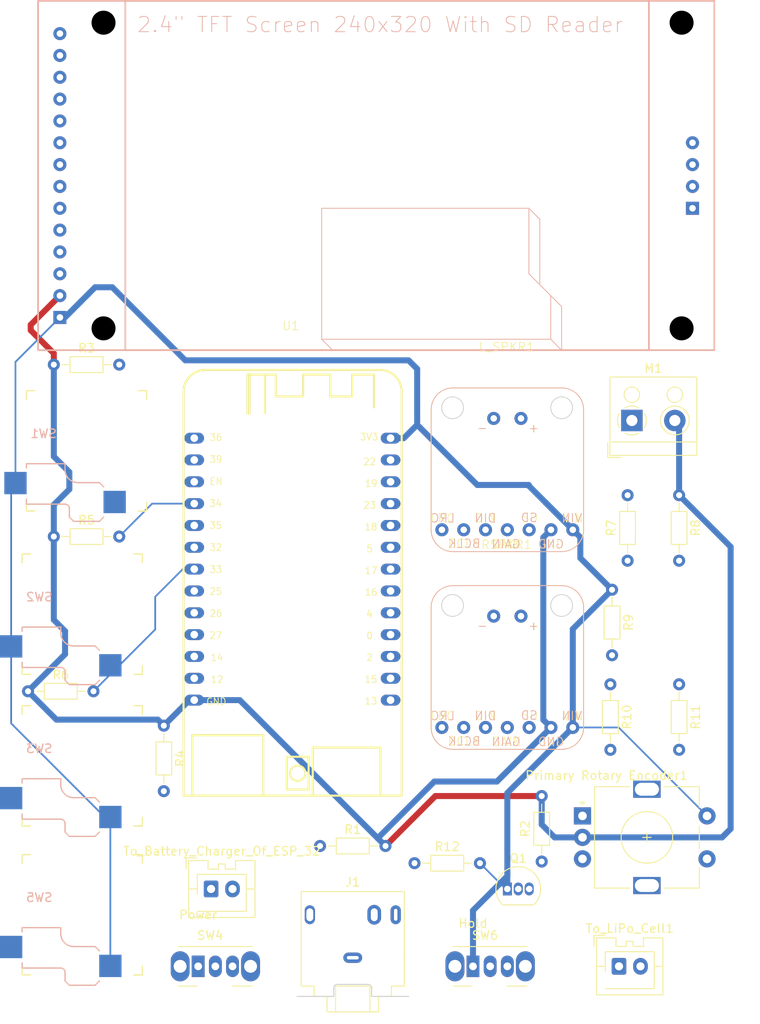
<source format=kicad_pcb>
(kicad_pcb (version 20240108) (generator "pcbnew") (generator_version "8.0")
  (layers (0 "F.Cu" signal) (31 "B.Cu" signal) (34 "B.Paste" user) (35 "F.Paste" user) (36 "B.SilkS" user "B.Silkscreen") (37 "F.SilkS" user "F.Silkscreen") (38 "B.Mask" user) (39 "F.Mask" user) (44 "Edge.Cuts" user))
  (net 0 "")
  (net 1 "Net-(L_SPKR1-SPKR+)")
  (net 2 "/Detect_Jack")
  (net 3 "Net-(L_SPKR1-SPKR-)")
  (net 4 "Net-(RSPKR1-SPKR+)")
  (net 5 "/DAC_LRC")
  (net 6 "/L_Chanel_Select")
  (net 7 "/VDD")
  (net 8 "/DAC_DIN")
  (net 9 "/Gain")
  (net 10 "/DAC_BCLK")
  (net 11 "GND")
  (net 12 "Net-(M1-+)")
  (net 13 "Net-(U1-IO16)")
  (net 14 "Net-(U1-IO27)")
  (net 15 "Net-(U1-IO0)")
  (net 16 "Net-(Q1-S)")
  (net 17 "/Motor_Driver")
  (net 18 "Net-(SW1-A)")
  (net 19 "Net-(SW3-B)")
  (net 20 "Net-(SW5-B)")
  (net 21 "Net-(SW2-A)")
  (net 22 "/R_Chanel_Select")
  (net 23 "-BATT")
  (net 24 "/TFT_CS")
  (net 26 "/SPI_SCK")
  (net 30 "/SPI_MOSI")
  (net 31 "/SCREEN_BRIGHTNESS")
  (net 33 "/TFT_DC")
  (net 34 "/SPI_MISO")
  (net 35 "/SD_CS")
  (net 36 "/RESET")
  (net 37 "+BATT")
  (net 38 "Net-(SW4-B)")
  (net 41 "Net-(SW6-B)")
  (footprint "Connector_Audio:Jack_3.5mm_CUI_SJ1-3524N_Horizontal" (layer "F.Cu") (at 133 136)
    (property "Reference" "J1" (at 0 -8.8 0) (layer "F.SilkS"))
    (property "Value" "AudioJack3_SwitchT")
    (fp_line (start -2.2 3.5) (end -2.2 4.5) (stroke (width 0.12)) (layer "Edge.Cuts"))
    (fp_line (start -2.2 4.5) (end -6.5 4.5) (stroke (width 0.12)) (layer "Edge.Cuts"))
    (fp_line (start 1.8 3.1) (end -1.8 3.1) (stroke (width 0.12)) (layer "Edge.Cuts"))
    (fp_line (start 2.2 3.5) (end 2.2 4.5) (stroke (width 0.12)) (layer "Edge.Cuts"))
    (fp_line (start 2.2 4.5) (end 6.5 4.5) (stroke (width 0.12)) (layer "Edge.Cuts"))
    (fp_arc (start -2.2 3.5) (mid -2.082842 3.217158) (end -1.8 3.1) (stroke (width 0.12)) (layer "Edge.Cuts"))
    (fp_arc (start 1.8 3.1) (mid 2.082843 3.217157) (end 2.2 3.5) (stroke (width 0.12)) (layer "Edge.Cuts"))
    (pad "" np_thru_hole circle (at -5 0) (size 1.2 1.2) (drill 1.2) (layers "F&B.Cu" "*.Mask"))
    (pad "" np_thru_hole circle (at -5 2.5) (size 1.2 1.2) (drill 1.2) (layers "F&B.Cu" "*.Mask"))
    (pad "" np_thru_hole circle (at 0 -5) (size 1.2 1.2) (drill 1.2) (layers "F&B.Cu" "*.Mask"))
    (pad "" np_thru_hole circle (at 5 0) (size 1.2 1.2) (drill 1.2) (layers "F&B.Cu" "*.Mask"))
    (pad "" np_thru_hole circle (at 5 2.5) (size 1.2 1.2) (drill 1.2) (layers "F&B.Cu" "*.Mask"))
    (pad "R" thru_hole oval (at -5 -5) (size 1.2 2.2) (drill oval 0.8 1.5) (layers "*.Cu" "*.Mask") (net 4 "Net-(RSPKR1-SPKR+)"))
    (pad "S" thru_hole oval (at 0 0) (size 2.2 1.2) (drill oval 1.4 0.4) (layers "*.Cu" "*.Mask") (net 3 "Net-(L_SPKR1-SPKR-)"))
    (pad "T" thru_hole oval (at 5 -5 180) (size 1.2 2.2) (drill oval 0.4 1.4) (layers "*.Cu" "*.Mask") (net 1 "Net-(L_SPKR1-SPKR+)"))
    (pad "TN" thru_hole oval (at 2.5 -5 180) (size 1.6 2.3) (drill oval 0.8 1.5) (layers "*.Cu" "*.Mask") (net 2 "/Detect_Jack"))
  )
  (footprint "Package_TO_SOT_THT:TO-92_Inline" (layer "F.Cu") (at 151 128)
    (property "Reference" "Q1" (at 1.27 -3.56 0) (layer "F.SilkS"))
    (property "Value" "BS170")
    (pad "1" thru_hole rect (at 0 0) (size 1.05 1.5) (drill 0.75) (layers "*.Cu" "*.Mask") (net 7 "/VDD"))
    (pad "2" thru_hole oval (at 1.27 0) (size 1.05 1.5) (drill 0.75) (layers "*.Cu" "*.Mask") (net 17 "/Motor_Driver"))
    (pad "3" thru_hole oval (at 2.54 0) (size 1.05 1.5) (drill 0.75) (layers "*.Cu" "*.Mask") (net 16 "Net-(Q1-S)"))
  )
  (footprint "Rotary_Encoder:RotaryEncoder_Alps_EC11E-Switch_Vertical_H20mm" (layer "F.Cu") (at 159.75 119.5)
    (property "Reference" "Primary Rotary Encoder1" (at 2.8 -4.7 0) (layer "F.SilkS"))
    (property "Value" "RotaryEncoder_Switch")
    (pad "A" thru_hole rect (at 0 0) (size 2 2) (drill 1) (layers "*.Cu" "*.Mask") (net 13 "Net-(U1-IO16)"))
    (pad "B" thru_hole circle (at 0 5) (size 2 2) (drill 1) (layers "*.Cu" "*.Mask") (net 14 "Net-(U1-IO27)"))
    (pad "C" thru_hole circle (at 0 2.5) (size 2 2) (drill 1) (layers "*.Cu" "*.Mask") (net 11 "GND"))
    (pad "MP" thru_hole rect (at 7.5 -3.1) (size 3.2 2) (drill oval 2.8 1.5) (layers "*.Cu" "*.Mask"))
    (pad "MP" thru_hole rect (at 7.5 8.1) (size 3.2 2) (drill oval 2.8 1.5) (layers "*.Cu" "*.Mask"))
    (pad "S1" thru_hole circle (at 14.5 5) (size 2 2) (drill 1) (layers "*.Cu" "*.Mask") (net 15 "Net-(U1-IO0)"))
    (pad "S2" thru_hole circle (at 14.5 0) (size 2 2) (drill 1) (layers "*.Cu" "*.Mask") (net 7 "/VDD"))
  )
  (footprint "MP3_Player_Custom_Footprints:MAX98357 I2C Audio Driver" (layer "F.Cu") (at 150.91 88.4475)
    (property "Reference" "RSPKR1" (at 0 -0.5 0) (layer "F.SilkS") (effects (font (thickness 0.1))))
    (property "Value" "~")
    (fp_circle (center -6.29 6.57) (end -5.02 6.57) (stroke (width 0.1)) (fill none) (layer "Edge.Cuts"))
    (fp_circle (center 6.41 6.57) (end 7.68 6.57) (stroke (width 0.1)) (fill none) (layer "Edge.Cuts"))
    (fp_text user "BCLK" (at -2.95 22.95 0) (layer "B.SilkS") (effects (font (thickness 0.1)) (justify left bottom mirror)))
    (fp_text user "GND" (at 6.75 23.02 0) (layer "B.SilkS") (effects (font (thickness 0.1)) (justify left bottom mirror)))
    (fp_text user "-" (at -2.16 9.5 0) (layer "B.SilkS") (effects (font (thickness 0.1)) (justify left bottom mirror)))
    (fp_text user "VIN" (at 8.84 20 0) (layer "B.SilkS") (effects (font (thickness 0.1)) (justify left bottom mirror)))
    (fp_text user "DIN" (at -1.15 20 0) (layer "B.SilkS") (effects (font (thickness 0.1)) (justify left bottom mirror)))
    (fp_text user "SD" (at 3.67 19.95 0) (layer "B.SilkS") (effects (font (thickness 0.1)) (justify left bottom mirror)))
    (fp_text user "GAIN" (at 1.69 23.01 0) (layer "B.SilkS") (effects (font (thickness 0.1)) (justify left bottom mirror)))
    (fp_text user "+" (at 3.84 9.51 0) (layer "B.SilkS") (effects (font (thickness 0.1)) (justify left bottom mirror)))
    (fp_text user "LRC" (at -5.95 20 0) (layer "B.SilkS") (effects (font (thickness 0.1)) (justify left bottom mirror)))
    (fp_text user "SD" (at 1.65 19.94 0) (layer "F.SilkS") (effects (font (thickness 0.1)) (justify left bottom)))
    (fp_text user "VIN" (at 6.5 20 0) (layer "F.SilkS") (effects (font (thickness 0.1)) (justify left bottom)))
    (fp_text user "BCLK" (at -6.92 22.96 0) (layer "F.SilkS") (effects (font (thickness 0.1)) (justify left bottom)))
    (fp_text user "LRC" (at -8.91 20.01 0) (layer "F.SilkS") (effects (font (thickness 0.1)) (justify left bottom)))
    (fp_text user "+" (at 2.5 9.5 0) (layer "F.SilkS") (effects (font (thickness 0.1)) (justify left bottom)))
    (fp_text user "GND" (at 3.6 23.02 0) (layer "F.SilkS") (effects (font (thickness 0.1)) (justify left bottom)))
    (fp_text user "-" (at -3.5 9.5 0) (layer "F.SilkS") (effects (font (thickness 0.1)) (justify left bottom)))
    (fp_text user "DIN" (at -3.75 20 0) (layer "F.SilkS") (effects (font (thickness 0.1)) (justify left bottom)))
    (fp_text user "GAIN" (at -1.75 23 0) (layer "F.SilkS") (effects (font (thickness 0.1)) (justify left bottom)))
    (pad "+" thru_hole circle (at 1.6775 7.811) (size 1.524 1.524) (drill 0.762) (layers "*.Cu" "*.Mask") (net 4 "Net-(RSPKR1-SPKR+)"))
    (pad "-" thru_hole circle (at -1.4975 7.811) (size 1.524 1.524) (drill 0.762) (layers "*.Cu" "*.Mask") (net 3 "Net-(L_SPKR1-SPKR-)"))
    (pad "BCLK" thru_hole circle (at -4.99 20.765) (size 1.524 1.524) (drill 0.762) (layers "*.Cu" "*.Mask") (net 10 "/DAC_BCLK"))
    (pad "DIN" thru_hole circle (at -2.45 20.765) (size 1.524 1.524) (drill 0.762) (layers "*.Cu" "*.Mask") (net 8 "/DAC_DIN"))
    (pad "GAIN" thru_hole circle (at 0.09 20.765) (size 1.524 1.524) (drill 0.762) (layers "*.Cu" "*.Mask") (net 9 "/Gain"))
    (pad "GND" thru_hole circle (at 5.17 20.765) (size 1.524 1.524) (drill 0.762) (layers "*.Cu" "*.Mask") (net 11 "GND"))
    (pad "LRC" thru_hole circle (at -7.53 20.765) (size 1.524 1.524) (drill 0.762) (layers "*.Cu" "*.Mask") (net 5 "/DAC_LRC"))
    (pad "SD" thru_hole circle (at 2.63 20.765) (size 1.524 1.524) (drill 0.762) (layers "*.Cu" "*.Mask") (net 22 "/R_Chanel_Select"))
    (pad "VIN" thru_hole circle (at 7.71 20.765) (size 1.524 1.524) (drill 0.762) (layers "*.Cu" "*.Mask") (net 7 "/VDD"))
  )
  (footprint "Resistor_THT:R_Axial_DIN0204_L3.6mm_D1.6mm_P7.62mm_Horizontal" (layer "F.Cu") (at 163 104.19 -90)
    (property "Reference" "R10" (at 3.81 -1.92 90) (layer "F.SilkS"))
    (property "Value" "10K")
    (pad "1" thru_hole circle (at 0 0 270) (size 1.4 1.4) (drill 0.7) (layers "*.Cu" "*.Mask") (net 6 "/L_Chanel_Select"))
    (pad "2" thru_hole oval (at 7.62 0 270) (size 1.4 1.4) (drill 0.7) (layers "*.Cu" "*.Mask") (net 22 "/R_Chanel_Select"))
  )
  (footprint "keyswitches:Kailh_socket_PG1350" (layer "F.Cu") (at 101.5 113.68)
    (property "Reference" "SW3" (at -5 -2 0) (layer "B.SilkS") (effects (justify mirror)))
    (property "Value" "Play/Pause")
    (pad "" np_thru_hole circle (at -5.5 0) (size 1.7018 1.7018) (drill 1.7018) (layers "*.Cu" "*.Mask"))
    (pad "" np_thru_hole circle (at -5 3.75) (size 3 3) (drill 3) (layers "*.Cu" "*.Mask"))
    (pad "" np_thru_hole circle (at 0 0) (size 3.429 3.429) (drill 3.429) (layers "*.Cu" "*.Mask"))
    (pad "" np_thru_hole circle (at 0 5.95) (size 3 3) (drill 3) (layers "*.Cu" "*.Mask"))
    (pad "" np_thru_hole circle (at 5.22 -4.2) (size 0.9906 0.9906) (drill 0.9906) (layers "*.Cu" "*.Mask"))
    (pad "" np_thru_hole circle (at 5.5 0) (size 1.7018 1.7018) (drill 1.7018) (layers "*.Cu" "*.Mask"))
    (pad "1" smd rect (at 3.275 5.95) (size 2.6 2.6) (layers "B.Cu" "B.Paste" "B.Mask") (net 7 "/VDD"))
    (pad "2" smd rect (at -8.275 3.75) (size 2.6 2.6) (layers "B.Cu" "B.Paste" "B.Mask") (net 19 "Net-(SW3-B)"))
  )
  (footprint "Resistor_THT:R_Axial_DIN0204_L3.6mm_D1.6mm_P7.62mm_Horizontal" (layer "F.Cu") (at 171 82.19 -90)
    (property "Reference" "R8" (at 3.81 -1.92 90) (layer "F.SilkS"))
    (property "Value" "10K")
    (pad "1" thru_hole circle (at 0 0 270) (size 1.4 1.4) (drill 0.7) (layers "*.Cu" "*.Mask") (net 11 "GND"))
    (pad "2" thru_hole oval (at 7.62 0 270) (size 1.4 1.4) (drill 0.7) (layers "*.Cu" "*.Mask") (net 15 "Net-(U1-IO0)"))
  )
  (footprint "Connector_JST:JST_XA_B02B-XASK-1-A_1x02_P2.50mm_Vertical" (layer "F.Cu") (at 164 137)
    (property "Reference" "To_LiPo_Cell1" (at 1.25 -4.4 0) (layer "F.SilkS"))
    (property "Value" "Conn_01x02_Pin")
    (pad "" np_thru_hole circle (at -1.6 1.6) (size 1.25 1.25) (drill 1.25) (layers "*.Cu" "*.Mask"))
    (pad "1" thru_hole roundrect (at 0 0) (size 1.7 1.95) (drill 0.95) (layers "*.Cu" "*.Mask") (roundrect_rratio 0.147059) (net 37 "+BATT"))
    (pad "2" thru_hole oval (at 2.5 0) (size 1.7 1.95) (drill 0.95) (layers "*.Cu" "*.Mask") (net 23 "-BATT"))
  )
  (footprint "Button_Switch_THT:SW_Slide_SPDT_Angled_CK_OS102011MA1Q" (layer "F.Cu") (at 115 137)
    (property "Reference" "SW4" (at 1.4 -3.6 0) (layer "F.SilkS"))
    (property "Value" "Power" (at 0 -6 0) (layer "F.SilkS"))
    (pad "" thru_hole oval (at -2.1 0) (size 2.2 3.5) (drill 1.5) (layers "*.Cu" "*.Mask"))
    (pad "" thru_hole oval (at 6.1 0) (size 2.2 3.5) (drill 1.5) (layers "*.Cu" "*.Mask"))
    (pad "1" thru_hole rect (at 0 0) (size 1.5 2.5) (drill 0.9) (layers "*.Cu" "*.Mask") (net 37 "+BATT"))
    (pad "2" thru_hole oval (at 2 0) (size 1.5 2.5) (drill 0.9) (layers "*.Cu" "*.Mask") (net 38 "Net-(SW4-B)"))
    (pad "3" thru_hole oval (at 4 0) (size 1.5 2.5) (drill 0.9) (layers "*.Cu" "*.Mask"))
  )
  (footprint "MP3_Player_Custom_Footprints:2.4'_TFT_SPI_ILI9341_WITH_SD_CARD" (layer "F.Cu") (at 137 45)
    (property "Reference" "Screen&SDCardReader1" (hide yes))
    (property "Value" "~")
    (fp_text user "2.4\" TFT Screen 240x320 With SD Reader" (at -29.21 -16.51 0) (layer "B.SilkS") (effects (font (size 1.778 1.778) (thickness 0.1)) (justify left bottom)))
    (pad "" np_thru_hole circle (at -33.02 -17.78) (size 2.794 2.794) (drill 3.175) (layers "*.Mask"))
    (pad "" np_thru_hole circle (at -33.02 17.78) (size 2.794 2.794) (drill 3.175) (layers "*.Mask"))
    (pad "" np_thru_hole circle (at 34.29 -17.78) (size 2.794 2.794) (drill 3.175) (layers "*.Mask"))
    (pad "" np_thru_hole circle (at 34.29 17.78) (size 2.794 2.794) (drill 3.175) (layers "*.Mask"))
    (pad "CS" thru_hole circle (at -38.1 11.43) (size 1.524 1.524) (drill 0.762) (layers "*.Cu" "*.Mask") (net 24 "/TFT_CS"))
    (pad "DC" thru_hole circle (at -38.1 6.35) (size 1.524 1.524) (drill 0.762) (layers "*.Cu" "*.Mask") (net 33 "/TFT_DC"))
    (pad "GND" thru_hole circle (at -38.1 13.97) (size 1.524 1.524) (drill 0.762) (layers "*.Cu" "*.Mask") (net 11 "GND"))
    (pad "LED" thru_hole circle (at -38.1 -1.27) (size 1.524 1.524) (drill 0.762) (layers "*.Cu" "*.Mask") (net 31 "/SCREEN_BRIGHTNESS"))
    (pad "RESET" thru_hole circle (at -38.1 8.89) (size 1.524 1.524) (drill 0.762) (layers "*.Cu" "*.Mask") (net 36 "/RESET"))
    (pad "SCK" thru_hole circle (at -38.1 1.27) (size 1.524 1.524) (drill 0.762) (layers "*.Cu" "*.Mask") (net 26 "/SPI_SCK"))
    (pad "SDI(MOSI)" thru_hole circle (at -38.1 3.81) (size 1.524 1.524) (drill 0.762) (layers "*.Cu" "*.Mask") (net 30 "/SPI_MOSI"))
    (pad "SDO(MISO)" thru_hole circle (at -38.1 -3.81) (size 1.524 1.524) (drill 0.762) (layers "*.Cu" "*.Mask") (net 34 "/SPI_MISO"))
    (pad "SD_CS" thru_hole rect (at 35.56 3.81) (size 1.524 1.524) (drill 0.762) (layers "*.Cu" "*.Mask") (net 35 "/SD_CS"))
    (pad "SD_MISO" thru_hole circle (at 35.56 -1.27) (size 1.524 1.524) (drill 0.762) (layers "*.Cu" "*.Mask") (net 34 "/SPI_MISO"))
    (pad "SD_MOSI" thru_hole circle (at 35.56 1.27) (size 1.524 1.524) (drill 0.762) (layers "*.Cu" "*.Mask") (net 30 "/SPI_MOSI"))
    (pad "SD_SCK" thru_hole circle (at 35.56 -3.81) (size 1.524 1.524) (drill 0.762) (layers "*.Cu" "*.Mask") (net 26 "/SPI_SCK"))
    (pad "T_CLK" thru_hole circle (at -38.1 -6.35) (size 1.524 1.524) (drill 0.762) (layers "*.Cu" "*.Mask"))
    (pad "T_CS" thru_hole circle (at -38.1 -8.89) (size 1.524 1.524) (drill 0.762) (layers "*.Cu" "*.Mask"))
    (pad "T_DIN" thru_hole circle (at -38.1 -11.43) (size 1.524 1.524) (drill 0.762) (layers "*.Cu" "*.Mask"))
    (pad "T_DO" thru_hole circle (at -38.1 -13.97) (size 1.524 1.524) (drill 0.762) (layers "*.Cu" "*.Mask"))
    (pad "T_IRQ" thru_hole circle (at -38.1 -16.51) (size 1.524 1.524) (drill 0.762) (layers "*.Cu" "*.Mask"))
    (pad "Vcc" thru_hole rect (at -38.1 16.51) (size 1.524 1.524) (drill 0.762) (layers "*.Cu" "*.Mask") (net 7 "/VDD"))
  )
  (footprint "TerminalBlock_RND:TerminalBlock_RND_205-00001_1x02_P5.00mm_Horizontal" (layer "F.Cu") (at 165.5 73.5)
    (property "Reference" "M1" (at 2.5 -6.06 0) (layer "F.SilkS"))
    (property "Value" "Haptic Feedback")
    (pad "1" thru_hole rect (at 0 0) (size 2.5 2.5) (drill 1.3) (layers "*.Cu" "*.Mask") (net 12 "Net-(M1-+)"))
    (pad "2" thru_hole circle (at 5 0) (size 2.5 2.5) (drill 1.3) (layers "*.Cu" "*.Mask") (net 11 "GND"))
  )
  (footprint "Resistor_THT:R_Axial_DIN0204_L3.6mm_D1.6mm_P7.62mm_Horizontal" (layer "F.Cu") (at 98.19 87)
    (property "Reference" "R5" (at 3.81 -1.92 0) (layer "F.SilkS"))
    (property "Value" "10K")
    (pad "1" thru_hole circle (at 0 0) (size 1.4 1.4) (drill 0.7) (layers "*.Cu" "*.Mask") (net 11 "GND"))
    (pad "2" thru_hole oval (at 7.62 0) (size 1.4 1.4) (drill 0.7) (layers "*.Cu" "*.Mask") (net 20 "Net-(SW5-B)"))
  )
  (footprint "MP3_Player_Custom_Footprints:MAX98357 I2C Audio Driver" (layer "F.Cu") (at 150.91 65.4475)
    (property "Reference" "L_SPKR1" (at 0 -0.5 0) (layer "F.SilkS") (effects (font (thickness 0.1))))
    (property "Value" "~")
    (fp_circle (center -6.29 6.57) (end -5.02 6.57) (stroke (width 0.1)) (fill none) (layer "Edge.Cuts"))
    (fp_circle (center 6.41 6.57) (end 7.68 6.57) (stroke (width 0.1)) (fill none) (layer "Edge.Cuts"))
    (fp_text user "+" (at 3.84 9.51 0) (layer "B.SilkS") (effects (font (thickness 0.1)) (justify left bottom mirror)))
    (fp_text user "GND" (at 6.75 23.02 0) (layer "B.SilkS") (effects (font (thickness 0.1)) (justify left bottom mirror)))
    (fp_text user "BCLK" (at -2.95 22.95 0) (layer "B.SilkS") (effects (font (thickness 0.1)) (justify left bottom mirror)))
    (fp_text user "SD" (at 3.67 19.95 0) (layer "B.SilkS") (effects (font (thickness 0.1)) (justify left bottom mirror)))
    (fp_text user "-" (at -2.16 9.5 0) (layer "B.SilkS") (effects (font (thickness 0.1)) (justify left bottom mirror)))
    (fp_text user "GAIN" (at 1.69 23.01 0) (layer "B.SilkS") (effects (font (thickness 0.1)) (justify left bottom mirror)))
    (fp_text user "LRC" (at -5.95 20 0) (layer "B.SilkS") (effects (font (thickness 0.1)) (justify left bottom mirror)))
    (fp_text user "DIN" (at -1.15 20 0) (layer "B.SilkS") (effects (font (thickness 0.1)) (justify left bottom mirror)))
    (fp_text user "VIN" (at 8.84 20 0) (layer "B.SilkS") (effects (font (thickness 0.1)) (justify left bottom mirror)))
    (fp_text user "SD" (at 1.65 19.94 0) (layer "F.SilkS") (effects (font (thickness 0.1)) (justify left bottom)))
    (fp_text user "+" (at 2.5 9.5 0) (layer "F.SilkS") (effects (font (thickness 0.1)) (justify left bottom)))
    (fp_text user "DIN" (at -3.75 20 0) (layer "F.SilkS") (effects (font (thickness 0.1)) (justify left bottom)))
    (fp_text user "GAIN" (at -1.75 23 0) (layer "F.SilkS") (effects (font (thickness 0.1)) (justify left bottom)))
    (fp_text user "LRC" (at -8.91 20.01 0) (layer "F.SilkS") (effects (font (thickness 0.1)) (justify left bottom)))
    (fp_text user "-" (at -3.5 9.5 0) (layer "F.SilkS") (effects (font (thickness 0.1)) (justify left bottom)))
    (fp_text user "GND" (at 3.6 23.02 0) (layer "F.SilkS") (effects (font (thickness 0.1)) (justify left bottom)))
    (fp_text user "VIN" (at 6.5 20 0) (layer "F.SilkS") (effects (font (thickness 0.1)) (justify left bottom)))
    (fp_text user "BCLK" (at -6.92 22.96 0) (layer "F.SilkS") (effects (font (thickness 0.1)) (justify left bottom)))
    (pad "+" thru_hole circle (at 1.6775 7.811) (size 1.524 1.524) (drill 0.762) (layers "*.Cu" "*.Mask") (net 1 "Net-(L_SPKR1-SPKR+)"))
    (pad "-" thru_hole circle (at -1.4975 7.811) (size 1.524 1.524) (drill 0.762) (layers "*.Cu" "*.Mask") (net 3 "Net-(L_SPKR1-SPKR-)"))
    (pad "BCLK" thru_hole circle (at -4.99 20.765) (size 1.524 1.524) (drill 0.762) (layers "*.Cu" "*.Mask") (net 10 "/DAC_BCLK"))
    (pad "DIN" thru_hole circle (at -2.45 20.765) (size 1.524 1.524) (drill 0.762) (layers "*.Cu" "*.Mask") (net 8 "/DAC_DIN"))
    (pad "GAIN" thru_hole circle (at 0.09 20.765) (size 1.524 1.524) (drill 0.762) (layers "*.Cu" "*.Mask") (net 9 "/Gain"))
    (pad "GND" thru_hole circle (at 5.17 20.765) (size 1.524 1.524) (drill 0.762) (layers "*.Cu" "*.Mask") (net 11 "GND"))
    (pad "LRC" thru_hole circle (at -7.53 20.765) (size 1.524 1.524) (drill 0.762) (layers "*.Cu" "*.Mask") (net 5 "/DAC_LRC"))
    (pad "SD" thru_hole circle (at 2.63 20.765) (size 1.524 1.524) (drill 0.762) (layers "*.Cu" "*.Mask") (net 6 "/L_Chanel_Select"))
    (pad "VIN" thru_hole circle (at 7.71 20.765) (size 1.524 1.524) (drill 0.762) (layers "*.Cu" "*.Mask") (net 7 "/VDD"))
  )
  (footprint "Resistor_THT:R_Axial_DIN0204_L3.6mm_D1.6mm_P7.62mm_Horizontal" (layer "F.Cu") (at 163.19 93.19 -90)
    (property "Reference" "R9" (at 3.81 -1.92 90) (layer "F.SilkS"))
    (property "Value" "10K")
    (pad "1" thru_hole circle (at 0 0 270) (size 1.4 1.4) (drill 0.7) (layers "*.Cu" "*.Mask") (net 7 "/VDD"))
    (pad "2" thru_hole oval (at 7.62 0 270) (size 1.4 1.4) (drill 0.7) (layers "*.Cu" "*.Mask") (net 6 "/L_Chanel_Select"))
  )
  (footprint "keyswitches:Kailh_socket_PG1350" (layer "F.Cu") (at 101.5 96.03)
    (property "Reference" "SW2" (at -5 -2 0) (layer "B.SilkS") (effects (justify mirror)))
    (property "Value" "Back")
    (pad "" np_thru_hole circle (at -5.5 0) (size 1.7018 1.7018) (drill 1.7018) (layers "*.Cu" "*.Mask"))
    (pad "" np_thru_hole circle (at -5 3.75) (size 3 3) (drill 3) (layers "*.Cu" "*.Mask"))
    (pad "" np_thru_hole circle (at 0 0) (size 3.429 3.429) (drill 3.429) (layers "*.Cu" "*.Mask"))
    (pad "" np_thru_hole circle (at 0 5.95) (size 3 3) (drill 3) (layers "*.Cu" "*.Mask"))
    (pad "" np_thru_hole circle (at 5.22 -4.2) (size 0.9906 0.9906) (drill 0.9906) (layers "*.Cu" "*.Mask"))
    (pad "" np_thru_hole circle (at 5.5 0) (size 1.7018 1.7018) (drill 1.7018) (layers "*.Cu" "*.Mask"))
    (pad "1" smd rect (at 3.275 5.95) (size 2.6 2.6) (layers "B.Cu" "B.Paste" "B.Mask") (net 21 "Net-(SW2-A)"))
    (pad "2" smd rect (at -8.275 3.75) (size 2.6 2.6) (layers "B.Cu" "B.Paste" "B.Mask") (net 7 "/VDD"))
  )
  (footprint "MP3_Player_Custom_Footprints:Wemos Lolin32 Lite v1.0.0" (layer "F.Cu") (at 125.78 62.98)
    (property "Reference" "U1" (at 0 -0.5 0) (layer "F.SilkS") (effects (font (thickness 0.1))))
    (property "Value" "Wemos Lolin32 Lite")
    (fp_text user "17" (at 8.55 27.97 0) (layer "F.SilkS") (effects (font (size 0.8 0.762) (thickness 0.102)) (justify left)))
    (fp_text user "14" (at -9.382 38.092 0) (layer "F.SilkS") (effects (font (size 0.8 0.762) (thickness 0.102)) (justify left)))
    (fp_text user "39" (at -9.502 15.041 0) (layer "F.SilkS") (effects (font (size 0.8 0.762) (thickness 0.102)) (justify left)))
    (fp_text user "GND" (at -9.894 43.214 0) (layer "F.SilkS") (effects (font (size 0.8 0.762) (thickness 0.102)) (justify left)))
    (fp_text user "32" (at -9.52 25.286 0) (layer "F.SilkS") (effects (font (size 0.8 0.762) (thickness 0.102)) (justify left)))
    (fp_text user "25" (at -9.52 30.408 0) (layer "F.SilkS") (effects (font (size 0.8 0.762) (thickness 0.102)) (justify left)))
    (fp_text user "27" (at -9.52 35.531 0) (layer "F.SilkS") (effects (font (size 0.8 0.762) (thickness 0.102)) (justify left)))
    (fp_text user "15" (at 8.55 40.628 0) (layer "F.SilkS") (effects (font (size 0.8 0.762) (thickness 0.102)) (justify left)))
    (fp_text user "22" (at 8.394 15.311 0) (layer "F.SilkS") (effects (font (size 0.8 0.762) (thickness 0.102)) (justify left)))
    (fp_text user "13" (at 8.55 43.16 0) (layer "F.SilkS") (effects (font (size 0.8 0.762) (thickness 0.102)) (justify left)))
    (fp_text user "34" (at -9.537 20.164 0) (layer "F.SilkS") (effects (font (size 0.8 0.762) (thickness 0.102)) (justify left)))
    (fp_text user "23" (at 8.394 20.374 0) (layer "F.SilkS") (effects (font (size 0.8 0.762) (thickness 0.102)) (justify left)))
    (fp_text user "36" (at -9.502 12.48 0) (layer "F.SilkS") (effects (font (size 0.8 0.762) (thickness 0.102)) (justify left)))
    (fp_text user "2" (at 8.751 38.097 0) (layer "F.SilkS") (effects (font (size 0.8 0.762) (thickness 0.102)) (justify left)))
    (fp_text user "33" (at -9.52 27.847 0) (layer "F.SilkS") (effects (font (size 0.8 0.762) (thickness 0.102)) (justify left)))
    (fp_text user "16" (at 8.568 30.501 0) (layer "F.SilkS") (effects (font (size 0.8 0.762) (thickness 0.102)) (justify left)))
    (fp_text user "EN" (at -9.502 17.602 0) (layer "F.SilkS") (effects (font (size 0.8 0.762) (thickness 0.102)) (justify left)))
    (fp_text user "19" (at 8.568 17.843 0) (layer "F.SilkS") (effects (font (size 0.8 0.762) (thickness 0.102)) (justify left)))
    (fp_text user "12" (at -9.364 40.653 0) (layer "F.SilkS") (effects (font (size 0.8 0.762) (thickness 0.102)) (justify left)))
    (fp_text user "35" (at -9.52 22.725 0) (layer "F.SilkS") (effects (font (size 0.8 0.762) (thickness 0.102)) (justify left)))
    (fp_text user "3V3" (at 8.003 12.426 0) (layer "F.SilkS") (effects (font (size 0.8 0.762) (thickness 0.102)) (justify left)))
    (fp_text user "26" (at -9.502 32.969 0) (layer "F.SilkS") (effects (font (size 0.8 0.762) (thickness 0.102)) (justify left)))
    (fp_text user "18" (at 8.55 22.906 0) (layer "F.SilkS") (effects (font (size 0.8 0.762) (thickness 0.102)) (justify left)))
    (fp_text user "5" (at 8.751 25.438 0) (layer "F.SilkS") (effects (font (size 0.8 0.762) (thickness 0.102)) (justify left)))
    (fp_text user "4" (at 8.733 33.033 0) (layer "F.SilkS") (effects (font (size 0.8 0.762) (thickness 0.102)) (justify left)))
    (fp_text user "0" (at 8.751 35.565 0) (layer "F.SilkS") (effects (font (size 0.8 0.762) (thickness 0.102)) (justify left)))
    (pad "0" thru_hole oval (at 11.621877 35.4305) (size 2.286 1.27) (drill 0.889) (layers "*.Cu" "*.Paste" "*.Mask") (net 15 "Net-(U1-IO0)"))
    (pad "2" thru_hole oval (at 11.621877 37.9705) (size 2.286 1.27) (drill 0.889) (layers "*.Cu" "*.Paste" "*.Mask") (net 33 "/TFT_DC"))
    (pad "3v" thru_hole oval (at 11.621877 12.5705) (size 2.286 1.27) (drill 0.889) (layers "*.Cu" "*.Paste" "*.Mask") (net 7 "/VDD"))
    (pad "4" thru_hole oval (at 11.621877 32.8905) (size 2.286 1.27) (drill 0.889) (layers "*.Cu" "*.Paste" "*.Mask") (net 24 "/TFT_CS"))
    (pad "5" thru_hole oval (at 11.621877 25.2705) (size 2.286 1.27) (drill 0.889) (layers "*.Cu" "*.Paste" "*.Mask") (net 35 "/SD_CS"))
    (pad "12" thru_hole oval (at -11.238123 40.5105) (size 2.286 1.27) (drill 0.889) (layers "*.Cu" "*.Paste" "*.Mask") (net 2 "/Detect_Jack"))
    (pad "13" thru_hole oval (at 11.621877 43.0505) (size 2.286 1.27) (drill 0.889) (layers "*.Cu" "*.Paste" "*.Mask") (net 8 "/DAC_DIN"))
    (pad "14" thru_hole oval (at -11.238123 37.9705) (size 2.286 1.27) (drill 0.889) (layers "*.Cu" "*.Paste" "*.Mask") (net 10 "/DAC_BCLK"))
    (pad "15" thru_hole oval (at 11.621877 40.5105) (size 2.286 1.27) (drill 0.889) (layers "*.Cu" "*.Paste" "*.Mask") (net 5 "/DAC_LRC"))
    (pad "16" thru_hole oval (at 11.621877 30.3505) (size 2.286 1.27) (drill 0.889) (layers "*.Cu" "*.Paste" "*.Mask") (net 13 "Net-(U1-IO16)"))
    (pad "17" thru_hole oval (at 11.621877 27.8105) (size 2.286 1.27) (drill 0.889) (layers "*.Cu" "*.Paste" "*.Mask") (net 41 "Net-(SW6-B)"))
    (pad "18" thru_hole oval (at 11.621877 22.7305) (size 2.286 1.27) (drill 0.889) (layers "*.Cu" "*.Paste" "*.Mask") (net 26 "/SPI_SCK"))
    (pad "19" thru_hole oval (at 11.621877 17.6505) (size 2.286 1.27) (drill 0.889) (layers "*.Cu" "*.Paste" "*.Mask") (net 34 "/SPI_MISO"))
    (pad "22" thru_hole oval (at 11.621877 15.1105) (size 2.286 1.27) (drill 0.889) (layers "*.Cu" "*.Paste" "*.Mask") (net 17 "/Motor_Driver"))
    (pad "23" thru_hole oval (at 11.621877 20.1905) (size 2.286 1.27) (drill 0.889) (layers "*.Cu" "*.Paste" "*.Mask") (net 30 "/SPI_MOSI"))
    (pad "25" thru_hole oval (at -11.238123 30.3505) (size 2.286 1.27) (drill 0.889) (layers "*.Cu" "*.Paste" "*.Mask") (net 31 "/SCREEN_BRIGHTNESS"))
    (pad "26" thru_hole oval (at -11.238123 32.8905) (size 2.286 1.27) (drill 0.889) (layers "*.Cu" "*.Paste" "*.Mask") (net 9 "/Gain"))
    (pad "27" thru_hole oval (at -11.238123 35.4305) (size 2.286 1.27) (drill 0.889) (layers "*.Cu" "*.Paste" "*.Mask") (net 14 "Net-(U1-IO27)"))
    (pad "32" thru_hole oval (at -11.238123 25.2705) (size 2.286 1.27) (drill 0.889) (layers "*.Cu" "*.Paste" "*.Mask") (net 18 "Net-(SW1-A)"))
    (pad "33" thru_hole oval (at -11.238123 27.8105) (size 2.286 1.27) (drill 0.889) (layers "*.Cu" "*.Paste" "*.Mask") (net 21 "Net-(SW2-A)"))
    (pad "34" thru_hole oval (at -11.238123 20.1905) (size 2.286 1.27) (drill 0.889) (layers "*.Cu" "*.Paste" "*.Mask") (net 20 "Net-(SW5-B)"))
    (pad "35" thru_hole oval (at -11.238123 22.7305) (size 2.286 1.27) (drill 0.889) (layers "*.Cu" "*.Paste" "*.Mask") (net 19 "Net-(SW3-B)"))
    (pad "EN" thru_hole oval (at -11.238123 17.6505) (size 2.286 1.27) (drill 0.889) (layers "*.Cu" "*.Paste" "*.Mask") (net 36 "/RESET"))
    (pad "GND" thru_hole oval (at -11.238123 43.0505) (size 2.286 1.27) (drill 0.889) (layers "*.Cu" "*.Paste" "*.Mask") (net 11 "GND"))
    (pad "VN" thru_hole oval (at -11.238123 15.1105) (size 2.286 1.27) (drill 0.889) (layers "*.Cu" "*.Paste" "*.Mask"))
    (pad "VP" thru_hole oval (at -11.238123 12.5705) (size 2.286 1.27) (drill 0.889) (layers "*.Cu" "*.Paste" "*.Mask"))
  )
  (footprint "Resistor_THT:R_Axial_DIN0204_L3.6mm_D1.6mm_P7.62mm_Horizontal" (layer "F.Cu") (at 155 124.81 90)
    (property "Reference" "R2" (at 3.81 -1.92 90) (layer "F.SilkS"))
    (property "Value" "10K")
    (pad "1" thru_hole circle (at 0 0 90) (size 1.4 1.4) (drill 0.7) (layers "*.Cu" "*.Mask") (net 13 "Net-(U1-IO16)"))
    (pad "2" thru_hole oval (at 7.62 0 90) (size 1.4 1.4) (drill 0.7) (layers "*.Cu" "*.Mask") (net 11 "GND"))
  )
  (footprint "Connector_JST:JST_XA_B02B-XASK-1-A_1x02_P2.50mm_Vertical" (layer "F.Cu") (at 116.5 128)
    (property "Reference" "To_Battery_Charger_Of_ESP_32" (at 1.25 -4.4 0) (layer "F.SilkS"))
    (property "Value" "Conn_01x02_Pin")
    (pad "" np_thru_hole circle (at -1.6 1.6) (size 1.25 1.25) (drill 1.25) (layers "*.Cu" "*.Mask"))
    (pad "1" thru_hole roundrect (at 0 0) (size 1.7 1.95) (drill 0.95) (layers "*.Cu" "*.Mask") (roundrect_rratio 0.147059) (net 38 "Net-(SW4-B)"))
    (pad "2" thru_hole oval (at 2.5 0) (size 1.7 1.95) (drill 0.95) (layers "*.Cu" "*.Mask") (net 23 "-BATT"))
  )
  (footprint "Resistor_THT:R_Axial_DIN0204_L3.6mm_D1.6mm_P7.62mm_Horizontal" (layer "F.Cu") (at 98.19 67)
    (property "Reference" "R3" (at 3.81 -1.92 0) (layer "F.SilkS"))
    (property "Value" "10K")
    (pad "1" thru_hole circle (at 0 0) (size 1.4 1.4) (drill 0.7) (layers "*.Cu" "*.Mask") (net 11 "GND"))
    (pad "2" thru_hole oval (at 7.62 0) (size 1.4 1.4) (drill 0.7) (layers "*.Cu" "*.Mask") (net 18 "Net-(SW1-A)"))
  )
  (footprint "keyswitches:Kailh_socket_PG1350" (layer "F.Cu") (at 101.5 131)
    (property "Reference" "SW5" (at -5 -2 0) (layer "B.SilkS") (effects (justify mirror)))
    (property "Value" "Menu")
    (pad "" np_thru_hole circle (at -5.5 0) (size 1.7018 1.7018) (drill 1.7018) (layers "*.Cu" "*.Mask"))
    (pad "" np_thru_hole circle (at -5 3.75) (size 3 3) (drill 3) (layers "*.Cu" "*.Mask"))
    (pad "" np_thru_hole circle (at 0 0) (size 3.429 3.429) (drill 3.429) (layers "*.Cu" "*.Mask"))
    (pad "" np_thru_hole circle (at 0 5.95) (size 3 3) (drill 3) (layers "*.Cu" "*.Mask"))
    (pad "" np_thru_hole circle (at 5.22 -4.2) (size 0.9906 0.9906) (drill 0.9906) (layers "*.Cu" "*.Mask"))
    (pad "" np_thru_hole circle (at 5.5 0) (size 1.7018 1.7018) (drill 1.7018) (layers "*.Cu" "*.Mask"))
    (pad "1" smd rect (at 3.275 5.95) (size 2.6 2.6) (layers "B.Cu" "B.Paste" "B.Mask") (net 7 "/VDD"))
    (pad "2" smd rect (at -8.275 3.75) (size 2.6 2.6) (layers "B.Cu" "B.Paste" "B.Mask") (net 20 "Net-(SW5-B)"))
  )
  (footprint "Resistor_THT:R_Axial_DIN0204_L3.6mm_D1.6mm_P7.62mm_Horizontal" (layer "F.Cu") (at 111 109 -90)
    (property "Reference" "R4" (at 3.81 -1.92 90) (layer "F.SilkS"))
    (property "Value" "10K")
    (pad "1" thru_hole circle (at 0 0 270) (size 1.4 1.4) (drill 0.7) (layers "*.Cu" "*.Mask") (net 11 "GND"))
    (pad "2" thru_hole oval (at 7.62 0 270) (size 1.4 1.4) (drill 0.7) (layers "*.Cu" "*.Mask") (net 19 "Net-(SW3-B)"))
  )
  (footprint "Resistor_THT:R_Axial_DIN0204_L3.6mm_D1.6mm_P7.62mm_Horizontal" (layer "F.Cu") (at 171 104.19 -90)
    (property "Reference" "R11" (at 3.81 -1.92 90) (layer "F.SilkS"))
    (property "Value" "10K")
    (pad "1" thru_hole circle (at 0 0 270) (size 1.4 1.4) (drill 0.7) (layers "*.Cu" "*.Mask") (net 22 "/R_Chanel_Select"))
    (pad "2" thru_hole oval (at 7.62 0 270) (size 1.4 1.4) (drill 0.7) (layers "*.Cu" "*.Mask") (net 23 "-BATT"))
  )
  (footprint "Resistor_THT:R_Axial_DIN0204_L3.6mm_D1.6mm_P7.62mm_Horizontal" (layer "F.Cu") (at 140.19 125)
    (property "Reference" "R12" (at 3.81 -1.92 0) (layer "F.SilkS"))
    (property "Value" "100K")
    (pad "1" thru_hole circle (at 0 0) (size 1.4 1.4) (drill 0.7) (layers "*.Cu" "*.Mask") (net 2 "/Detect_Jack"))
    (pad "2" thru_hole oval (at 7.62 0) (size 1.4 1.4) (drill 0.7) (layers "*.Cu" "*.Mask") (net 7 "/VDD"))
  )
  (footprint "Resistor_THT:R_Axial_DIN0204_L3.6mm_D1.6mm_P7.62mm_Horizontal" (layer "F.Cu") (at 129.19 123)
    (property "Reference" "R1" (at 3.81 -1.92 0) (layer "F.SilkS"))
    (property "Value" "10K")
    (pad "1" thru_hole circle (at 0 0) (size 1.4 1.4) (drill 0.7) (layers "*.Cu" "*.Mask") (net 14 "Net-(U1-IO27)"))
    (pad "2" thru_hole oval (at 7.62 0) (size 1.4 1.4) (drill 0.7) (layers "*.Cu" "*.Mask") (net 11 "GND"))
  )
  (footprint "keyswitches:Kailh_socket_PG1350" (layer "F.Cu") (at 102 77.03)
    (property "Reference" "SW1" (at -5 -2 0) (layer "B.SilkS") (effects (justify mirror)))
    (property "Value" "Home")
    (pad "" np_thru_hole circle (at -5.5 0) (size 1.7018 1.7018) (drill 1.7018) (layers "*.Cu" "*.Mask"))
    (pad "" np_thru_hole circle (at -5 3.75) (size 3 3) (drill 3) (layers "*.Cu" "*.Mask"))
    (pad "" np_thru_hole circle (at 0 0) (size 3.429 3.429) (drill 3.429) (layers "*.Cu" "*.Mask"))
    (pad "" np_thru_hole circle (at 0 5.95) (size 3 3) (drill 3) (layers "*.Cu" "*.Mask"))
    (pad "" np_thru_hole circle (at 5.22 -4.2) (size 0.9906 0.9906) (drill 0.9906) (layers "*.Cu" "*.Mask"))
    (pad "" np_thru_hole circle (at 5.5 0) (size 1.7018 1.7018) (drill 1.7018) (layers "*.Cu" "*.Mask"))
    (pad "1" smd rect (at 3.275 5.95) (size 2.6 2.6) (layers "B.Cu" "B.Paste" "B.Mask") (net 18 "Net-(SW1-A)"))
    (pad "2" smd rect (at -8.275 3.75) (size 2.6 2.6) (layers "B.Cu" "B.Paste" "B.Mask") (net 7 "/VDD"))
  )
  (footprint "Resistor_THT:R_Axial_DIN0204_L3.6mm_D1.6mm_P7.62mm_Horizontal" (layer "F.Cu") (at 95.19 105)
    (property "Reference" "R6" (at 3.81 -1.92 0) (layer "F.SilkS"))
    (property "Value" "10K")
    (pad "1" thru_hole circle (at 0 0) (size 1.4 1.4) (drill 0.7) (layers "*.Cu" "*.Mask") (net 11 "GND"))
    (pad "2" thru_hole oval (at 7.62 0) (size 1.4 1.4) (drill 0.7) (layers "*.Cu" "*.Mask") (net 21 "Net-(SW2-A)"))
  )
  (footprint "Resistor_THT:R_Axial_DIN0204_L3.6mm_D1.6mm_P7.62mm_Horizontal" (layer "F.Cu") (at 165 89.81 90)
    (property "Reference" "R7" (at 3.81 -1.92 90) (layer "F.SilkS"))
    (property "Value" "0-100Ω")
    (pad "1" thru_hole circle (at 0 0 90) (size 1.4 1.4) (drill 0.7) (layers "*.Cu" "*.Mask") (net 16 "Net-(Q1-S)"))
    (pad "2" thru_hole oval (at 7.62 0 90) (size 1.4 1.4) (drill 0.7) (layers "*.Cu" "*.Mask") (net 12 "Net-(M1-+)"))
  )
  (footprint "Button_Switch_THT:SW_Slide_SPDT_Angled_CK_OS102011MA1Q" (layer "F.Cu") (at 147 137)
    (property "Reference" "SW6" (at 1.4 -3.6 0) (layer "F.SilkS"))
    (property "Value" "Hold" (at 0 -5 0) (layer "F.SilkS"))
    (pad "" thru_hole oval (at -2.1 0) (size 2.2 3.5) (drill 1.5) (layers "*.Cu" "*.Mask"))
    (pad "" thru_hole oval (at 6.1 0) (size 2.2 3.5) (drill 1.5) (layers "*.Cu" "*.Mask"))
    (pad "1" thru_hole rect (at 0 0) (size 1.5 2.5) (drill 0.9) (layers "*.Cu" "*.Mask") (net 7 "/VDD"))
    (pad "2" thru_hole oval (at 2 0) (size 1.5 2.5) (drill 0.9) (layers "*.Cu" "*.Mask") (net 41 "Net-(SW6-B)"))
    (pad "3" thru_hole oval (at 4 0) (size 1.5 2.5) (drill 0.9) (layers "*.Cu" "*.Mask"))
  )
  (segment (start 93.225 108.738705) (end 93.225 99.78) (width 0.2) (layer "B.Cu") (net 7))
  (segment (start 151 126) (end 151 128) (width 0.7) (layer "B.Cu") (net 7))
  (segment (start 151 126) (end 151 126.5) (width 0.7) (layer "B.Cu") (net 7))
  (segment (start 105 58) (end 113.5 66.5) (width 0.7) (layer "B.Cu") (net 7))
  (segment (start 147 130.5) (end 147 137) (width 0.7) (layer "B.Cu") (net 7))
  (segment (start 174.25 119.5) (end 163.9625 109.2125) (width 0.2) (layer "B.Cu") (net 7))
  (segment (start 140.5 74) (end 138.9495 75.5505) (width 0.7) (layer "B.Cu") (net 7))
  (segment (start 151 116.8325) (end 151 126) (width 0.7) (layer "B.Cu") (net 7))
  (segment (start 158.62 109.2125) (end 151 116.8325) (width 0.7) (layer "B.Cu") (net 7))
  (segment (start 93.225 99.78) (end 93.225 81.28) (width 0.2) (layer "B.Cu") (net 7))
  (segment (start 104.116295 119.63) (end 93.225 108.738705) (width 0.2) (layer "B.Cu") (net 7))
  (segment (start 104.775 119.63) (end 104.775 136.95) (width 0.2) (layer "B.Cu") (net 7))
  (segment (start 147.5 81) (end 153.5 81) (width 0.7) (layer "B.Cu") (net 7))
  (segment (start 93.725 66.685) (end 98.9 61.51) (width 0.2) (layer "B.Cu") (net 7))
  (segment (start 155.45375 83.04625) (end 159.5 87.0925) (width 0.7) (layer "B.Cu") (net 7))
  (segment (start 159.5 89.5) (end 163.19 93.19) (width 0.7) (layer "B.Cu") (net 7))
  (segment (start 140.5 67.5) (end 140.5 74) (width 0.7) (layer "B.Cu") (net 7))
  (segment (start 98.9 61.51) (end 99.49 61.51) (width 0.2) (layer "B.Cu") (net 7))
  (segment (start 99.49 61.51) (end 103 58) (width 0.7) (layer "B.Cu") (net 7))
  (segment (start 140.5 74) (end 147.5 81) (width 0.7) (layer "B.Cu") (net 7))
  (segment (start 153.5 81) (end 153.5 81.0925) (width 0.7) (layer "B.Cu") (net 7))
  (segment (start 151 126.5) (end 147 130.5) (width 0.7) (layer "B.Cu") (net 7))
  (segment (start 104.775 119.63) (end 104.116295 119.63) (width 0.2) (layer "B.Cu") (net 7))
  (segment (start 155.45375 83.04625) (end 158.62 86.2125) (width 0.7) (layer "B.Cu") (net 7))
  (segment (start 163.19 93.19) (end 158.62 97.76) (width 0.7) (layer "B.Cu") (net 7))
  (segment (start 147.81 125) (end 150.81 128) (width 0.2) (layer "B.Cu") (net 7))
  (segment (start 138.9495 75.5505) (end 137.401877 75.5505) (width 0.7) (layer "B.Cu") (net 7))
  (segment (start 159.5 87.0925) (end 159.5 89.5) (width 0.7) (layer "B.Cu") (net 7))
  (segment (start 93.225 81.28) (end 93.725 80.78) (width 0.2) (layer "B.Cu") (net 7))
  (segment (start 113.5 66.5) (end 139.5 66.5) (width 0.7) (layer "B.Cu") (net 7))
  (segment (start 93.725 80.78) (end 93.725 66.685) (width 0.2) (layer "B.Cu") (net 7))
  (segment (start 103 58) (end 105 58) (width 0.7) (layer "B.Cu") (net 7))
  (segment (start 139.5 66.5) (end 140.5 67.5) (width 0.7) (layer "B.Cu") (net 7))
  (segment (start 150.81 128) (end 151 128) (width 0.2) (layer "B.Cu") (net 7))
  (segment (start 153.5 81.0925) (end 155.45375 83.04625) (width 0.7) (layer "B.Cu") (net 7))
  (segment (start 163.9625 109.2125) (end 158.62 109.2125) (width 0.2) (layer "B.Cu") (net 7))
  (segment (start 158.62 97.76) (end 158.62 109.2125) (width 0.7) (layer "B.Cu") (net 7))
  (segment (start 136.81 123) (end 142.62 117.19) (width 0.7) (layer "F.Cu") (net 11))
  (segment (start 142.62 117.19) (end 155 117.19) (width 0.7) (layer "F.Cu") (net 11))
  (segment (start 95.5 63) (end 95.5 62.37) (width 0.7) (layer "F.Cu") (net 11))
  (segment (start 98.19 67) (end 98.19 65.69) (width 0.7) (layer "F.Cu") (net 11))
  (segment (start 98.19 65.69) (end 95.5 63) (width 0.7) (layer "F.Cu") (net 11))
  (segment (start 95.5 62.37) (end 98.9 58.97) (width 0.7) (layer "F.Cu") (net 11))
  (segment (start 98.19 96.69) (end 98.19 87) (width 0.7) (layer "B.Cu") (net 11))
  (segment (start 113.9695 106.0305) (end 114.541877 106.0305) (width 0.2) (layer "B.Cu") (net 11))
  (segment (start 100 79.5) (end 98.19 77.69) (width 0.7) (layer "B.Cu") (net 11))
  (segment (start 156.08 109.2125) (end 155.188979 108.321479) (width 0.7) (layer "B.Cu") (net 11))
  (segment (start 95.19 105) (end 99.5 100.69) (width 0.7) (layer "B.Cu") (net 11))
  (segment (start 142.5 115.5) (end 149.7925 115.5) (width 0.7) (layer "B.Cu") (net 11))
  (segment (start 155 120.5) (end 156.5 122) (width 0.7) (layer "B.Cu") (net 11))
  (segment (start 155.188979 108.321479) (end 155.188979 87.103521) (width 0.7) (layer "B.Cu") (net 11))
  (segment (start 99.5 98) (end 98.19 96.69) (width 0.7) (layer "B.Cu") (net 11))
  (segment (start 177 88.19) (end 171 82.19) (width 0.7) (layer "B.Cu") (net 11))
  (segment (start 100 81.5) (end 100 79.5) (width 0.7) (layer "B.Cu") (net 11))
  (segment (start 171 74) (end 170.5 73.5) (width 0.2) (layer "B.Cu") (net 11))
  (segment (start 135.905 122.095) (end 142.5 115.5) (width 0.7) (layer "B.Cu") (net 11))
  (segment (start 98.19 87) (end 98.19 83.31) (width 0.7) (layer "B.Cu") (net 11))
  (segment (start 156.5 122) (end 159.75 122) (width 0.7) (layer "B.Cu") (net 11))
  (segment (start 98.49 108.3) (end 95.19 105) (width 0.7) (layer "B.Cu") (net 11))
  (segment (start 159.75 122) (end 176 122) (width 0.7) (layer "B.Cu") (net 11))
  (segment (start 98.19 77.69) (end 98.19 67) (width 0.7) (layer "B.Cu") (net 11))
  (segment (start 177 121) (end 177 88.19) (width 0.7) (layer "B.Cu") (net 11))
  (segment (start 176 122) (end 177 121) (width 0.7) (layer "B.Cu") (net 11))
  (segment (start 155.188979 87.103521) (end 156.08 86.2125) (width 0.7) (layer "B.Cu") (net 11))
  (segment (start 171 82.19) (end 171 74) (width 0.7) (layer "B.Cu") (net 11))
  (segment (start 98.19 83.31) (end 100 81.5) (width 0.7) (layer "B.Cu") (net 11))
  (segment (start 136.81 122.69) (end 136.81 123) (width 0.2) (layer "B.Cu") (net 11))
  (segment (start 111 109) (end 110.3 108.3) (width 0.7) (layer "B.Cu") (net 11))
  (segment (start 111 109) (end 113.9695 106.0305) (width 0.7) (layer "B.Cu") (net 11))
  (segment (start 135.905 122.095) (end 136.81 123) (width 0.7) (layer "B.Cu") (net 11))
  (segment (start 110.3 108.3) (end 98.49 108.3) (width 0.7) (layer "B.Cu") (net 11))
  (segment (start 114.541877 106.0305) (end 119.8405 106.0305) (width 0.7) (layer "B.Cu") (net 11))
  (segment (start 149.7925 115.5) (end 156.08 109.2125) (width 0.7) (layer "B.Cu") (net 11))
  (segment (start 136.81 122.69) (end 137 122.5) (width 0.2) (layer "B.Cu") (net 11))
  (segment (start 155 117.19) (end 155 120.5) (width 0.7) (layer "B.Cu") (net 11))
  (segment (start 99.5 100.69) (end 99.5 98) (width 0.7) (layer "B.Cu") (net 11))
  (segment (start 119.8405 106.0305) (end 135.905 122.095) (width 0.7) (layer "B.Cu") (net 11))
  (segment (start 105.81 87) (end 109.6395 83.1705) (width 0.2) (layer "B.Cu") (net 20))
  (segment (start 109.6395 83.1705) (end 114.541877 83.1705) (width 0.2) (layer "B.Cu") (net 20))
  (segment (start 110 94) (end 113.2095 90.7905) (width 0.2) (layer "B.Cu") (net 21))
  (segment (start 110 97.81) (end 110 94) (width 0.2) (layer "B.Cu") (net 21))
  (segment (start 113.2095 90.7905) (end 114.541877 90.7905) (width 0.2) (layer "B.Cu") (net 21))
  (segment (start 102.81 105) (end 110 97.81) (width 0.2) (layer "B.Cu") (net 21))
)
</source>
